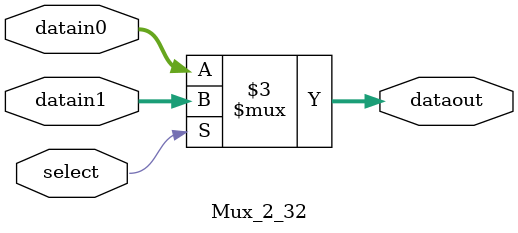
<source format=v>
module Mux_2_32 (select, datain0, datain1, dataout);
    input select;
    input [31:0] datain0, datain1;
    output reg [31:0] dataout;

    always @(*) begin
        if (select) 
            dataout <= datain1;
        else
            dataout <= datain0;
    end
endmodule

</source>
